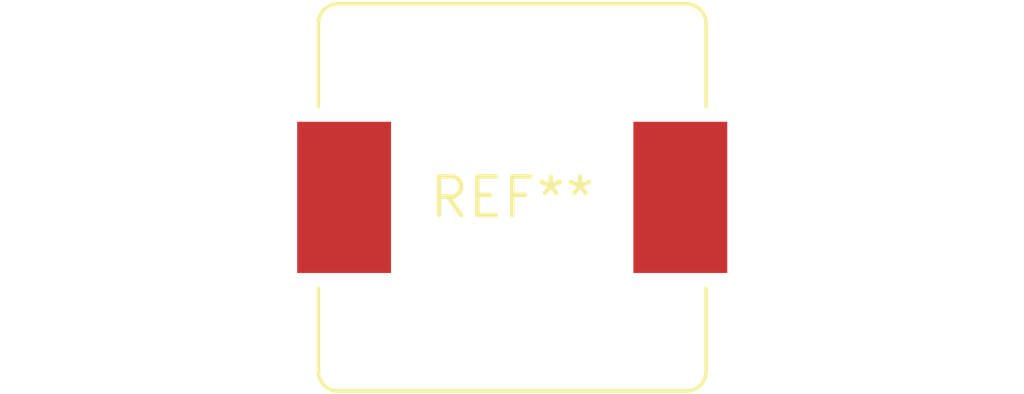
<source format=kicad_pcb>
(kicad_pcb (version 20240108) (generator pcbnew)
  (layers (0 "F.Cu" signal) (31 "B.Cu" signal) (34 "B.Paste" user) (35 "F.Paste" user) (36 "B.SilkS" user "B.Silkscreen") (37 "F.SilkS" user "F.Silkscreen") (38 "B.Mask" user) (39 "F.Mask" user) (44 "Edge.Cuts" user))
  (net 0 "")
  (footprint "L_TaiTech_TMPC1265_13.5x12.5mm" (layer "F.Cu") (at 0 0)
    (property "Reference" "REF**")
    (property "Value" "L_TaiTech_TMPC1265_13.5x12.5mm")
    (fp_line (start -6.4 -5.75) (end -6.4 -3) (layer "F.SilkS") (stroke (width 0.12)))
    (fp_line (start -6.4 3) (end -6.4 5.75) (layer "F.SilkS") (stroke (width 0.12)))
    (fp_line (start -5.75 -6.4) (end 5.75 -6.4) (layer "F.SilkS") (stroke (width 0.12)))
    (fp_line (start 5.75 6.4) (end -5.75 6.4) (layer "F.SilkS") (stroke (width 0.12)))
    (fp_line (start 6.4 -5.75) (end 6.4 -3) (layer "F.SilkS") (stroke (width 0.12)))
    (fp_line (start 6.4 3) (end 6.4 5.75) (layer "F.SilkS") (stroke (width 0.12)))
    (fp_arc (start -6.4 -5.75) (mid -6.209619 -6.209619) (end -5.75 -6.4) (layer "F.SilkS") (stroke (width 0.12)))
    (fp_arc (start -5.75 6.4) (mid -6.209619 6.209619) (end -6.4 5.75) (layer "F.SilkS") (stroke (width 0.12)))
    (fp_arc (start 5.75 -6.4) (mid 6.209619 -6.209619) (end 6.4 -5.75) (layer "F.SilkS") (stroke (width 0.12)))
    (fp_arc (start 6.4 5.75) (mid 6.209619 6.209619) (end 5.75 6.4) (layer "F.SilkS") (stroke (width 0.12)))
    (pad "1" smd rect (at -5.55 0) (size 3.1 5) (layers "F.Cu" "F.Paste" "F.Mask"))
    (pad "2" smd rect (at 5.55 0) (size 3.1 5) (layers "F.Cu" "F.Paste" "F.Mask"))
  )
)
</source>
